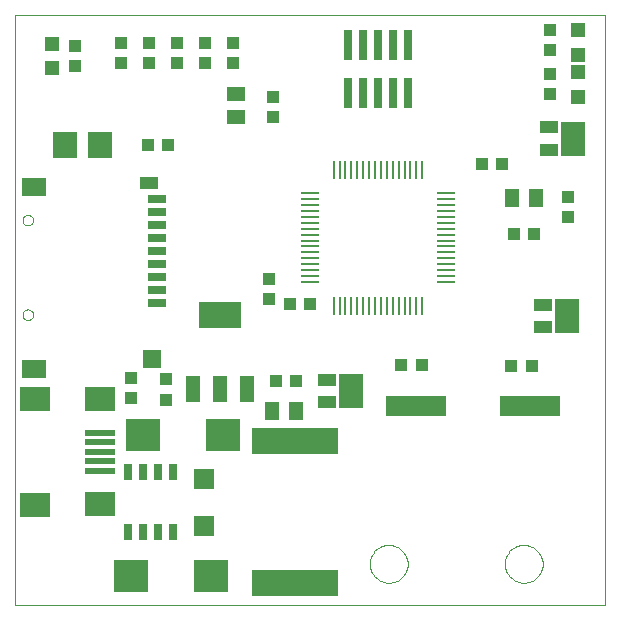
<source format=gtp>
G75*
G70*
%OFA0B0*%
%FSLAX24Y24*%
%IPPOS*%
%LPD*%
%AMOC8*
5,1,8,0,0,1.08239X$1,22.5*
%
%ADD10C,0.0000*%
%ADD11R,0.0098X0.0591*%
%ADD12R,0.0591X0.0098*%
%ADD13R,0.0425X0.0413*%
%ADD14R,0.0984X0.0787*%
%ADD15R,0.0984X0.0197*%
%ADD16R,0.0480X0.0880*%
%ADD17R,0.1417X0.0866*%
%ADD18R,0.0787X0.0866*%
%ADD19R,0.0630X0.0512*%
%ADD20R,0.0512X0.0630*%
%ADD21R,0.0413X0.0425*%
%ADD22R,0.2000X0.0700*%
%ADD23R,0.0394X0.0433*%
%ADD24R,0.0433X0.0394*%
%ADD25R,0.0250X0.0550*%
%ADD26R,0.2874X0.0906*%
%ADD27R,0.0660X0.0700*%
%ADD28R,0.1161X0.1063*%
%ADD29R,0.0291X0.1024*%
%ADD30R,0.0807X0.1142*%
%ADD31R,0.0591X0.0394*%
%ADD32R,0.0472X0.0472*%
%ADD33R,0.0600X0.0300*%
%ADD34R,0.0600X0.0400*%
%ADD35R,0.0800X0.0600*%
%ADD36R,0.0600X0.0600*%
D10*
X004202Y003014D02*
X004202Y022699D01*
X023887Y022699D01*
X023887Y003014D01*
X004202Y003014D01*
X004460Y012699D02*
X004462Y012725D01*
X004468Y012751D01*
X004477Y012775D01*
X004490Y012798D01*
X004507Y012818D01*
X004526Y012836D01*
X004548Y012851D01*
X004571Y012862D01*
X004596Y012870D01*
X004622Y012874D01*
X004648Y012874D01*
X004674Y012870D01*
X004699Y012862D01*
X004723Y012851D01*
X004744Y012836D01*
X004763Y012818D01*
X004780Y012798D01*
X004793Y012775D01*
X004802Y012751D01*
X004808Y012725D01*
X004810Y012699D01*
X004808Y012673D01*
X004802Y012647D01*
X004793Y012623D01*
X004780Y012600D01*
X004763Y012580D01*
X004744Y012562D01*
X004722Y012547D01*
X004699Y012536D01*
X004674Y012528D01*
X004648Y012524D01*
X004622Y012524D01*
X004596Y012528D01*
X004571Y012536D01*
X004547Y012547D01*
X004526Y012562D01*
X004507Y012580D01*
X004490Y012600D01*
X004477Y012623D01*
X004468Y012647D01*
X004462Y012673D01*
X004460Y012699D01*
X004460Y015849D02*
X004462Y015875D01*
X004468Y015901D01*
X004477Y015925D01*
X004490Y015948D01*
X004507Y015968D01*
X004526Y015986D01*
X004548Y016001D01*
X004571Y016012D01*
X004596Y016020D01*
X004622Y016024D01*
X004648Y016024D01*
X004674Y016020D01*
X004699Y016012D01*
X004723Y016001D01*
X004744Y015986D01*
X004763Y015968D01*
X004780Y015948D01*
X004793Y015925D01*
X004802Y015901D01*
X004808Y015875D01*
X004810Y015849D01*
X004808Y015823D01*
X004802Y015797D01*
X004793Y015773D01*
X004780Y015750D01*
X004763Y015730D01*
X004744Y015712D01*
X004722Y015697D01*
X004699Y015686D01*
X004674Y015678D01*
X004648Y015674D01*
X004622Y015674D01*
X004596Y015678D01*
X004571Y015686D01*
X004547Y015697D01*
X004526Y015712D01*
X004507Y015730D01*
X004490Y015750D01*
X004477Y015773D01*
X004468Y015797D01*
X004462Y015823D01*
X004460Y015849D01*
X016037Y004392D02*
X016039Y004442D01*
X016045Y004492D01*
X016055Y004541D01*
X016069Y004589D01*
X016086Y004636D01*
X016107Y004681D01*
X016132Y004725D01*
X016160Y004766D01*
X016192Y004805D01*
X016226Y004842D01*
X016263Y004876D01*
X016303Y004906D01*
X016345Y004933D01*
X016389Y004957D01*
X016435Y004978D01*
X016482Y004994D01*
X016530Y005007D01*
X016580Y005016D01*
X016629Y005021D01*
X016680Y005022D01*
X016730Y005019D01*
X016779Y005012D01*
X016828Y005001D01*
X016876Y004986D01*
X016922Y004968D01*
X016967Y004946D01*
X017010Y004920D01*
X017051Y004891D01*
X017090Y004859D01*
X017126Y004824D01*
X017158Y004786D01*
X017188Y004746D01*
X017215Y004703D01*
X017238Y004659D01*
X017257Y004613D01*
X017273Y004565D01*
X017285Y004516D01*
X017293Y004467D01*
X017297Y004417D01*
X017297Y004367D01*
X017293Y004317D01*
X017285Y004268D01*
X017273Y004219D01*
X017257Y004171D01*
X017238Y004125D01*
X017215Y004081D01*
X017188Y004038D01*
X017158Y003998D01*
X017126Y003960D01*
X017090Y003925D01*
X017051Y003893D01*
X017010Y003864D01*
X016967Y003838D01*
X016922Y003816D01*
X016876Y003798D01*
X016828Y003783D01*
X016779Y003772D01*
X016730Y003765D01*
X016680Y003762D01*
X016629Y003763D01*
X016580Y003768D01*
X016530Y003777D01*
X016482Y003790D01*
X016435Y003806D01*
X016389Y003827D01*
X016345Y003851D01*
X016303Y003878D01*
X016263Y003908D01*
X016226Y003942D01*
X016192Y003979D01*
X016160Y004018D01*
X016132Y004059D01*
X016107Y004103D01*
X016086Y004148D01*
X016069Y004195D01*
X016055Y004243D01*
X016045Y004292D01*
X016039Y004342D01*
X016037Y004392D01*
X020537Y004392D02*
X020539Y004442D01*
X020545Y004492D01*
X020555Y004541D01*
X020569Y004589D01*
X020586Y004636D01*
X020607Y004681D01*
X020632Y004725D01*
X020660Y004766D01*
X020692Y004805D01*
X020726Y004842D01*
X020763Y004876D01*
X020803Y004906D01*
X020845Y004933D01*
X020889Y004957D01*
X020935Y004978D01*
X020982Y004994D01*
X021030Y005007D01*
X021080Y005016D01*
X021129Y005021D01*
X021180Y005022D01*
X021230Y005019D01*
X021279Y005012D01*
X021328Y005001D01*
X021376Y004986D01*
X021422Y004968D01*
X021467Y004946D01*
X021510Y004920D01*
X021551Y004891D01*
X021590Y004859D01*
X021626Y004824D01*
X021658Y004786D01*
X021688Y004746D01*
X021715Y004703D01*
X021738Y004659D01*
X021757Y004613D01*
X021773Y004565D01*
X021785Y004516D01*
X021793Y004467D01*
X021797Y004417D01*
X021797Y004367D01*
X021793Y004317D01*
X021785Y004268D01*
X021773Y004219D01*
X021757Y004171D01*
X021738Y004125D01*
X021715Y004081D01*
X021688Y004038D01*
X021658Y003998D01*
X021626Y003960D01*
X021590Y003925D01*
X021551Y003893D01*
X021510Y003864D01*
X021467Y003838D01*
X021422Y003816D01*
X021376Y003798D01*
X021328Y003783D01*
X021279Y003772D01*
X021230Y003765D01*
X021180Y003762D01*
X021129Y003763D01*
X021080Y003768D01*
X021030Y003777D01*
X020982Y003790D01*
X020935Y003806D01*
X020889Y003827D01*
X020845Y003851D01*
X020803Y003878D01*
X020763Y003908D01*
X020726Y003942D01*
X020692Y003979D01*
X020660Y004018D01*
X020632Y004059D01*
X020607Y004103D01*
X020586Y004148D01*
X020569Y004195D01*
X020555Y004243D01*
X020545Y004292D01*
X020539Y004342D01*
X020537Y004392D01*
D11*
X017785Y013004D03*
X017588Y013004D03*
X017391Y013004D03*
X017194Y013004D03*
X016997Y013004D03*
X016801Y013004D03*
X016604Y013004D03*
X016407Y013004D03*
X016210Y013004D03*
X016013Y013004D03*
X015816Y013004D03*
X015619Y013004D03*
X015423Y013004D03*
X015226Y013004D03*
X015029Y013004D03*
X014832Y013004D03*
X014832Y017532D03*
X015029Y017532D03*
X015226Y017532D03*
X015423Y017532D03*
X015619Y017532D03*
X015816Y017532D03*
X016013Y017532D03*
X016210Y017532D03*
X016407Y017532D03*
X016604Y017532D03*
X016801Y017532D03*
X016997Y017532D03*
X017194Y017532D03*
X017391Y017532D03*
X017588Y017532D03*
X017785Y017532D03*
D12*
X018572Y016744D03*
X018572Y016547D03*
X018572Y016351D03*
X018572Y016154D03*
X018572Y015957D03*
X018572Y015760D03*
X018572Y015563D03*
X018572Y015366D03*
X018572Y015170D03*
X018572Y014973D03*
X018572Y014776D03*
X018572Y014579D03*
X018572Y014382D03*
X018572Y014185D03*
X018572Y013988D03*
X018572Y013792D03*
X014045Y013792D03*
X014045Y013988D03*
X014045Y014185D03*
X014045Y014382D03*
X014045Y014579D03*
X014045Y014776D03*
X014045Y014973D03*
X014045Y015170D03*
X014045Y015366D03*
X014045Y015563D03*
X014045Y015760D03*
X014045Y015957D03*
X014045Y016154D03*
X014045Y016351D03*
X014045Y016547D03*
X014045Y016744D03*
D13*
X011486Y021075D03*
X011486Y021764D03*
X010551Y021764D03*
X010551Y021075D03*
X009616Y021075D03*
X009616Y021764D03*
X008681Y021764D03*
X008681Y021075D03*
X007745Y021075D03*
X007745Y021764D03*
D14*
X007057Y009904D03*
X004891Y009904D03*
X004891Y006360D03*
X007057Y006400D03*
D15*
X007057Y007502D03*
X007057Y007817D03*
X007057Y008132D03*
X007057Y008447D03*
X007057Y008762D03*
D16*
X010129Y010238D03*
X011039Y010238D03*
X011949Y010238D03*
D17*
X011039Y012678D03*
D18*
X007057Y018368D03*
X005875Y018368D03*
D19*
X011566Y019272D03*
X011566Y020059D03*
D20*
X020787Y016597D03*
X021574Y016597D03*
X013569Y009495D03*
X012781Y009495D03*
D21*
X017088Y011028D03*
X017777Y011028D03*
X020738Y010986D03*
X021427Y010986D03*
D22*
X021391Y009658D03*
X017591Y009658D03*
D23*
X014052Y013042D03*
X013383Y013042D03*
X013592Y010494D03*
X012923Y010494D03*
X019763Y017729D03*
X020432Y017729D03*
X020844Y015382D03*
X021513Y015382D03*
X009310Y018368D03*
X008641Y018368D03*
D24*
X006220Y020986D03*
X006220Y021656D03*
X012793Y019955D03*
X012793Y019286D03*
X012667Y013880D03*
X012667Y013211D03*
X009233Y010540D03*
X009233Y009870D03*
X008060Y009918D03*
X008060Y010587D03*
X022052Y020039D03*
X022052Y020709D03*
X022052Y021509D03*
X022052Y022179D03*
X022657Y016636D03*
X022657Y015967D03*
D25*
X009480Y007469D03*
X008980Y007469D03*
X008480Y007469D03*
X007980Y007469D03*
X007980Y005449D03*
X008480Y005449D03*
X008980Y005449D03*
X009480Y005449D03*
D26*
X013553Y003752D03*
X013553Y008477D03*
D27*
X010501Y007209D03*
X010501Y005659D03*
D28*
X010747Y003998D03*
X008090Y003998D03*
X008484Y008673D03*
X011141Y008673D03*
D29*
X015309Y020104D03*
X015809Y020104D03*
X016309Y020104D03*
X016809Y020104D03*
X017309Y020104D03*
X017309Y021679D03*
X016809Y021679D03*
X016309Y021679D03*
X015809Y021679D03*
X015309Y021679D03*
D30*
X022805Y018565D03*
X022608Y012660D03*
X015423Y010150D03*
D31*
X014625Y010524D03*
X014625Y009776D03*
X021810Y012286D03*
X021810Y013034D03*
X022007Y018191D03*
X022007Y018939D03*
D32*
X022962Y019961D03*
X022962Y020787D03*
X022962Y021361D03*
X022962Y022187D03*
X005432Y021734D03*
X005432Y020908D03*
D33*
X008927Y016557D03*
X008927Y016124D03*
X008927Y015691D03*
X008927Y015258D03*
X008927Y014825D03*
X008927Y014392D03*
X008927Y013959D03*
X008927Y013526D03*
X008927Y013093D03*
D34*
X008690Y017087D03*
D35*
X004843Y016951D03*
X004843Y010888D03*
D36*
X008772Y011210D03*
M02*

</source>
